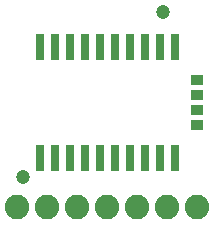
<source format=gbr>
G04 EAGLE Gerber RS-274X export*
G75*
%MOMM*%
%FSLAX34Y34*%
%LPD*%
%INSoldermask Top*%
%IPPOS*%
%AMOC8*
5,1,8,0,0,1.08239X$1,22.5*%
G01*
%ADD10R,1.103200X0.903200*%
%ADD11R,0.733200X2.183200*%
%ADD12C,2.082800*%
%ADD13C,1.203200*%


D10*
X177800Y95400D03*
X177800Y82400D03*
X177800Y120800D03*
X177800Y107800D03*
D11*
X44450Y148450D03*
X44450Y54750D03*
X57150Y54750D03*
X69850Y54750D03*
X82550Y54750D03*
X95250Y54750D03*
X107950Y54750D03*
X120650Y54750D03*
X133350Y54750D03*
X146050Y54750D03*
X158750Y54750D03*
X57150Y148450D03*
X69850Y148450D03*
X82550Y148450D03*
X95250Y148450D03*
X107950Y148450D03*
X120650Y148450D03*
X133350Y148450D03*
X146050Y148450D03*
X158750Y148450D03*
D12*
X25400Y12700D03*
X50800Y12700D03*
X76200Y12700D03*
X101600Y12700D03*
X127000Y12700D03*
X152400Y12700D03*
X177800Y12700D03*
D13*
X30480Y38100D03*
X148590Y177800D03*
M02*

</source>
